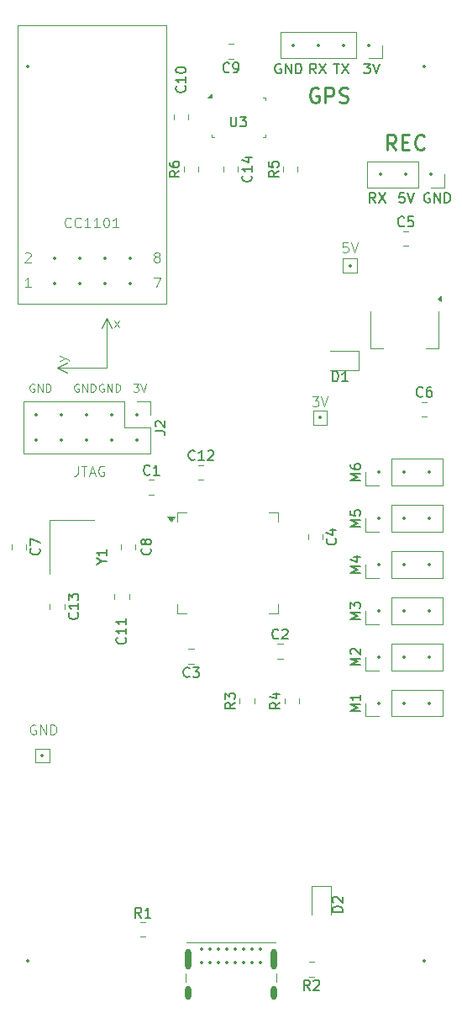
<source format=gto>
%TF.GenerationSoftware,KiCad,Pcbnew,8.0.8-2.fc41*%
%TF.CreationDate,2025-02-22T17:19:49+01:00*%
%TF.ProjectId,Computy,436f6d70-7574-4792-9e6b-696361645f70,rev?*%
%TF.SameCoordinates,Original*%
%TF.FileFunction,Legend,Top*%
%TF.FilePolarity,Positive*%
%FSLAX46Y46*%
G04 Gerber Fmt 4.6, Leading zero omitted, Abs format (unit mm)*
G04 Created by KiCad (PCBNEW 8.0.8-2.fc41) date 2025-02-22 17:19:49*
%MOMM*%
%LPD*%
G01*
G04 APERTURE LIST*
%ADD10C,0.100000*%
%ADD11C,0.250000*%
%ADD12C,0.200000*%
%ADD13C,0.150000*%
%ADD14C,0.120000*%
%ADD15C,0.350000*%
%ADD16O,0.600000X2.100000*%
%ADD17O,0.600000X1.400000*%
G04 APERTURE END LIST*
D10*
X100680074Y-77096895D02*
X101175312Y-77096895D01*
X101175312Y-77096895D02*
X100908646Y-77401657D01*
X100908646Y-77401657D02*
X101022931Y-77401657D01*
X101022931Y-77401657D02*
X101099122Y-77439752D01*
X101099122Y-77439752D02*
X101137217Y-77477847D01*
X101137217Y-77477847D02*
X101175312Y-77554038D01*
X101175312Y-77554038D02*
X101175312Y-77744514D01*
X101175312Y-77744514D02*
X101137217Y-77820704D01*
X101137217Y-77820704D02*
X101099122Y-77858800D01*
X101099122Y-77858800D02*
X101022931Y-77896895D01*
X101022931Y-77896895D02*
X100794360Y-77896895D01*
X100794360Y-77896895D02*
X100718169Y-77858800D01*
X100718169Y-77858800D02*
X100680074Y-77820704D01*
X101403884Y-77096895D02*
X101670551Y-77896895D01*
X101670551Y-77896895D02*
X101937217Y-77096895D01*
X97675312Y-77134990D02*
X97599122Y-77096895D01*
X97599122Y-77096895D02*
X97484836Y-77096895D01*
X97484836Y-77096895D02*
X97370550Y-77134990D01*
X97370550Y-77134990D02*
X97294360Y-77211180D01*
X97294360Y-77211180D02*
X97256265Y-77287371D01*
X97256265Y-77287371D02*
X97218169Y-77439752D01*
X97218169Y-77439752D02*
X97218169Y-77554038D01*
X97218169Y-77554038D02*
X97256265Y-77706419D01*
X97256265Y-77706419D02*
X97294360Y-77782609D01*
X97294360Y-77782609D02*
X97370550Y-77858800D01*
X97370550Y-77858800D02*
X97484836Y-77896895D01*
X97484836Y-77896895D02*
X97561027Y-77896895D01*
X97561027Y-77896895D02*
X97675312Y-77858800D01*
X97675312Y-77858800D02*
X97713408Y-77820704D01*
X97713408Y-77820704D02*
X97713408Y-77554038D01*
X97713408Y-77554038D02*
X97561027Y-77554038D01*
X98056265Y-77896895D02*
X98056265Y-77096895D01*
X98056265Y-77096895D02*
X98513408Y-77896895D01*
X98513408Y-77896895D02*
X98513408Y-77096895D01*
X98894360Y-77896895D02*
X98894360Y-77096895D01*
X98894360Y-77096895D02*
X99084836Y-77096895D01*
X99084836Y-77096895D02*
X99199122Y-77134990D01*
X99199122Y-77134990D02*
X99275312Y-77211180D01*
X99275312Y-77211180D02*
X99313407Y-77287371D01*
X99313407Y-77287371D02*
X99351503Y-77439752D01*
X99351503Y-77439752D02*
X99351503Y-77554038D01*
X99351503Y-77554038D02*
X99313407Y-77706419D01*
X99313407Y-77706419D02*
X99275312Y-77782609D01*
X99275312Y-77782609D02*
X99199122Y-77858800D01*
X99199122Y-77858800D02*
X99084836Y-77896895D01*
X99084836Y-77896895D02*
X98894360Y-77896895D01*
X95175312Y-77134990D02*
X95099122Y-77096895D01*
X95099122Y-77096895D02*
X94984836Y-77096895D01*
X94984836Y-77096895D02*
X94870550Y-77134990D01*
X94870550Y-77134990D02*
X94794360Y-77211180D01*
X94794360Y-77211180D02*
X94756265Y-77287371D01*
X94756265Y-77287371D02*
X94718169Y-77439752D01*
X94718169Y-77439752D02*
X94718169Y-77554038D01*
X94718169Y-77554038D02*
X94756265Y-77706419D01*
X94756265Y-77706419D02*
X94794360Y-77782609D01*
X94794360Y-77782609D02*
X94870550Y-77858800D01*
X94870550Y-77858800D02*
X94984836Y-77896895D01*
X94984836Y-77896895D02*
X95061027Y-77896895D01*
X95061027Y-77896895D02*
X95175312Y-77858800D01*
X95175312Y-77858800D02*
X95213408Y-77820704D01*
X95213408Y-77820704D02*
X95213408Y-77554038D01*
X95213408Y-77554038D02*
X95061027Y-77554038D01*
X95556265Y-77896895D02*
X95556265Y-77096895D01*
X95556265Y-77096895D02*
X96013408Y-77896895D01*
X96013408Y-77896895D02*
X96013408Y-77096895D01*
X96394360Y-77896895D02*
X96394360Y-77096895D01*
X96394360Y-77096895D02*
X96584836Y-77096895D01*
X96584836Y-77096895D02*
X96699122Y-77134990D01*
X96699122Y-77134990D02*
X96775312Y-77211180D01*
X96775312Y-77211180D02*
X96813407Y-77287371D01*
X96813407Y-77287371D02*
X96851503Y-77439752D01*
X96851503Y-77439752D02*
X96851503Y-77554038D01*
X96851503Y-77554038D02*
X96813407Y-77706419D01*
X96813407Y-77706419D02*
X96775312Y-77782609D01*
X96775312Y-77782609D02*
X96699122Y-77858800D01*
X96699122Y-77858800D02*
X96584836Y-77896895D01*
X96584836Y-77896895D02*
X96394360Y-77896895D01*
X90675312Y-77134990D02*
X90599122Y-77096895D01*
X90599122Y-77096895D02*
X90484836Y-77096895D01*
X90484836Y-77096895D02*
X90370550Y-77134990D01*
X90370550Y-77134990D02*
X90294360Y-77211180D01*
X90294360Y-77211180D02*
X90256265Y-77287371D01*
X90256265Y-77287371D02*
X90218169Y-77439752D01*
X90218169Y-77439752D02*
X90218169Y-77554038D01*
X90218169Y-77554038D02*
X90256265Y-77706419D01*
X90256265Y-77706419D02*
X90294360Y-77782609D01*
X90294360Y-77782609D02*
X90370550Y-77858800D01*
X90370550Y-77858800D02*
X90484836Y-77896895D01*
X90484836Y-77896895D02*
X90561027Y-77896895D01*
X90561027Y-77896895D02*
X90675312Y-77858800D01*
X90675312Y-77858800D02*
X90713408Y-77820704D01*
X90713408Y-77820704D02*
X90713408Y-77554038D01*
X90713408Y-77554038D02*
X90561027Y-77554038D01*
X91056265Y-77896895D02*
X91056265Y-77096895D01*
X91056265Y-77096895D02*
X91513408Y-77896895D01*
X91513408Y-77896895D02*
X91513408Y-77096895D01*
X91894360Y-77896895D02*
X91894360Y-77096895D01*
X91894360Y-77096895D02*
X92084836Y-77096895D01*
X92084836Y-77096895D02*
X92199122Y-77134990D01*
X92199122Y-77134990D02*
X92275312Y-77211180D01*
X92275312Y-77211180D02*
X92313407Y-77287371D01*
X92313407Y-77287371D02*
X92351503Y-77439752D01*
X92351503Y-77439752D02*
X92351503Y-77554038D01*
X92351503Y-77554038D02*
X92313407Y-77706419D01*
X92313407Y-77706419D02*
X92275312Y-77782609D01*
X92275312Y-77782609D02*
X92199122Y-77858800D01*
X92199122Y-77858800D02*
X92084836Y-77896895D01*
X92084836Y-77896895D02*
X91894360Y-77896895D01*
X98000000Y-75500000D02*
X98000000Y-70500000D01*
X93000000Y-75500000D02*
X94000000Y-76000000D01*
X98000000Y-70500000D02*
X98500000Y-71500000D01*
X93000000Y-75500000D02*
X94000000Y-75000000D01*
X89000000Y-41000000D02*
X104000000Y-41000000D01*
X104000000Y-69000000D01*
X89000000Y-69000000D01*
X89000000Y-41000000D01*
X98000000Y-75500000D02*
X93000000Y-75500000D01*
X98000000Y-70500000D02*
X97500000Y-71500000D01*
X93205752Y-74791353D02*
X93872419Y-74553258D01*
X93205752Y-74315163D02*
X93872419Y-74553258D01*
X93872419Y-74553258D02*
X94110514Y-74648496D01*
X94110514Y-74648496D02*
X94158133Y-74696115D01*
X94158133Y-74696115D02*
X94205752Y-74791353D01*
D11*
X127128758Y-53553428D02*
X126628758Y-52839142D01*
X126271615Y-53553428D02*
X126271615Y-52053428D01*
X126271615Y-52053428D02*
X126843044Y-52053428D01*
X126843044Y-52053428D02*
X126985901Y-52124857D01*
X126985901Y-52124857D02*
X127057330Y-52196285D01*
X127057330Y-52196285D02*
X127128758Y-52339142D01*
X127128758Y-52339142D02*
X127128758Y-52553428D01*
X127128758Y-52553428D02*
X127057330Y-52696285D01*
X127057330Y-52696285D02*
X126985901Y-52767714D01*
X126985901Y-52767714D02*
X126843044Y-52839142D01*
X126843044Y-52839142D02*
X126271615Y-52839142D01*
X127771615Y-52767714D02*
X128271615Y-52767714D01*
X128485901Y-53553428D02*
X127771615Y-53553428D01*
X127771615Y-53553428D02*
X127771615Y-52053428D01*
X127771615Y-52053428D02*
X128485901Y-52053428D01*
X129985901Y-53410571D02*
X129914473Y-53482000D01*
X129914473Y-53482000D02*
X129700187Y-53553428D01*
X129700187Y-53553428D02*
X129557330Y-53553428D01*
X129557330Y-53553428D02*
X129343044Y-53482000D01*
X129343044Y-53482000D02*
X129200187Y-53339142D01*
X129200187Y-53339142D02*
X129128758Y-53196285D01*
X129128758Y-53196285D02*
X129057330Y-52910571D01*
X129057330Y-52910571D02*
X129057330Y-52696285D01*
X129057330Y-52696285D02*
X129128758Y-52410571D01*
X129128758Y-52410571D02*
X129200187Y-52267714D01*
X129200187Y-52267714D02*
X129343044Y-52124857D01*
X129343044Y-52124857D02*
X129557330Y-52053428D01*
X129557330Y-52053428D02*
X129700187Y-52053428D01*
X129700187Y-52053428D02*
X129914473Y-52124857D01*
X129914473Y-52124857D02*
X129985901Y-52196285D01*
D10*
X95089598Y-85372419D02*
X95089598Y-86086704D01*
X95089598Y-86086704D02*
X95041979Y-86229561D01*
X95041979Y-86229561D02*
X94946741Y-86324800D01*
X94946741Y-86324800D02*
X94803884Y-86372419D01*
X94803884Y-86372419D02*
X94708646Y-86372419D01*
X95422932Y-85372419D02*
X95994360Y-85372419D01*
X95708646Y-86372419D02*
X95708646Y-85372419D01*
X96280075Y-86086704D02*
X96756265Y-86086704D01*
X96184837Y-86372419D02*
X96518170Y-85372419D01*
X96518170Y-85372419D02*
X96851503Y-86372419D01*
X97708646Y-85420038D02*
X97613408Y-85372419D01*
X97613408Y-85372419D02*
X97470551Y-85372419D01*
X97470551Y-85372419D02*
X97327694Y-85420038D01*
X97327694Y-85420038D02*
X97232456Y-85515276D01*
X97232456Y-85515276D02*
X97184837Y-85610514D01*
X97184837Y-85610514D02*
X97137218Y-85800990D01*
X97137218Y-85800990D02*
X97137218Y-85943847D01*
X97137218Y-85943847D02*
X97184837Y-86134323D01*
X97184837Y-86134323D02*
X97232456Y-86229561D01*
X97232456Y-86229561D02*
X97327694Y-86324800D01*
X97327694Y-86324800D02*
X97470551Y-86372419D01*
X97470551Y-86372419D02*
X97565789Y-86372419D01*
X97565789Y-86372419D02*
X97708646Y-86324800D01*
X97708646Y-86324800D02*
X97756265Y-86277180D01*
X97756265Y-86277180D02*
X97756265Y-85943847D01*
X97756265Y-85943847D02*
X97565789Y-85943847D01*
D11*
X119307330Y-47374857D02*
X119164473Y-47303428D01*
X119164473Y-47303428D02*
X118950187Y-47303428D01*
X118950187Y-47303428D02*
X118735901Y-47374857D01*
X118735901Y-47374857D02*
X118593044Y-47517714D01*
X118593044Y-47517714D02*
X118521615Y-47660571D01*
X118521615Y-47660571D02*
X118450187Y-47946285D01*
X118450187Y-47946285D02*
X118450187Y-48160571D01*
X118450187Y-48160571D02*
X118521615Y-48446285D01*
X118521615Y-48446285D02*
X118593044Y-48589142D01*
X118593044Y-48589142D02*
X118735901Y-48732000D01*
X118735901Y-48732000D02*
X118950187Y-48803428D01*
X118950187Y-48803428D02*
X119093044Y-48803428D01*
X119093044Y-48803428D02*
X119307330Y-48732000D01*
X119307330Y-48732000D02*
X119378758Y-48660571D01*
X119378758Y-48660571D02*
X119378758Y-48160571D01*
X119378758Y-48160571D02*
X119093044Y-48160571D01*
X120021615Y-48803428D02*
X120021615Y-47303428D01*
X120021615Y-47303428D02*
X120593044Y-47303428D01*
X120593044Y-47303428D02*
X120735901Y-47374857D01*
X120735901Y-47374857D02*
X120807330Y-47446285D01*
X120807330Y-47446285D02*
X120878758Y-47589142D01*
X120878758Y-47589142D02*
X120878758Y-47803428D01*
X120878758Y-47803428D02*
X120807330Y-47946285D01*
X120807330Y-47946285D02*
X120735901Y-48017714D01*
X120735901Y-48017714D02*
X120593044Y-48089142D01*
X120593044Y-48089142D02*
X120021615Y-48089142D01*
X121450187Y-48732000D02*
X121664473Y-48803428D01*
X121664473Y-48803428D02*
X122021615Y-48803428D01*
X122021615Y-48803428D02*
X122164473Y-48732000D01*
X122164473Y-48732000D02*
X122235901Y-48660571D01*
X122235901Y-48660571D02*
X122307330Y-48517714D01*
X122307330Y-48517714D02*
X122307330Y-48374857D01*
X122307330Y-48374857D02*
X122235901Y-48232000D01*
X122235901Y-48232000D02*
X122164473Y-48160571D01*
X122164473Y-48160571D02*
X122021615Y-48089142D01*
X122021615Y-48089142D02*
X121735901Y-48017714D01*
X121735901Y-48017714D02*
X121593044Y-47946285D01*
X121593044Y-47946285D02*
X121521615Y-47874857D01*
X121521615Y-47874857D02*
X121450187Y-47732000D01*
X121450187Y-47732000D02*
X121450187Y-47589142D01*
X121450187Y-47589142D02*
X121521615Y-47446285D01*
X121521615Y-47446285D02*
X121593044Y-47374857D01*
X121593044Y-47374857D02*
X121735901Y-47303428D01*
X121735901Y-47303428D02*
X122093044Y-47303428D01*
X122093044Y-47303428D02*
X122307330Y-47374857D01*
D12*
X130530982Y-57914838D02*
X130435744Y-57867219D01*
X130435744Y-57867219D02*
X130292887Y-57867219D01*
X130292887Y-57867219D02*
X130150030Y-57914838D01*
X130150030Y-57914838D02*
X130054792Y-58010076D01*
X130054792Y-58010076D02*
X130007173Y-58105314D01*
X130007173Y-58105314D02*
X129959554Y-58295790D01*
X129959554Y-58295790D02*
X129959554Y-58438647D01*
X129959554Y-58438647D02*
X130007173Y-58629123D01*
X130007173Y-58629123D02*
X130054792Y-58724361D01*
X130054792Y-58724361D02*
X130150030Y-58819600D01*
X130150030Y-58819600D02*
X130292887Y-58867219D01*
X130292887Y-58867219D02*
X130388125Y-58867219D01*
X130388125Y-58867219D02*
X130530982Y-58819600D01*
X130530982Y-58819600D02*
X130578601Y-58771980D01*
X130578601Y-58771980D02*
X130578601Y-58438647D01*
X130578601Y-58438647D02*
X130388125Y-58438647D01*
X131007173Y-58867219D02*
X131007173Y-57867219D01*
X131007173Y-57867219D02*
X131578601Y-58867219D01*
X131578601Y-58867219D02*
X131578601Y-57867219D01*
X132054792Y-58867219D02*
X132054792Y-57867219D01*
X132054792Y-57867219D02*
X132292887Y-57867219D01*
X132292887Y-57867219D02*
X132435744Y-57914838D01*
X132435744Y-57914838D02*
X132530982Y-58010076D01*
X132530982Y-58010076D02*
X132578601Y-58105314D01*
X132578601Y-58105314D02*
X132626220Y-58295790D01*
X132626220Y-58295790D02*
X132626220Y-58438647D01*
X132626220Y-58438647D02*
X132578601Y-58629123D01*
X132578601Y-58629123D02*
X132530982Y-58724361D01*
X132530982Y-58724361D02*
X132435744Y-58819600D01*
X132435744Y-58819600D02*
X132292887Y-58867219D01*
X132292887Y-58867219D02*
X132054792Y-58867219D01*
D10*
X90327693Y-67372419D02*
X89756265Y-67372419D01*
X90041979Y-67372419D02*
X90041979Y-66372419D01*
X90041979Y-66372419D02*
X89946741Y-66515276D01*
X89946741Y-66515276D02*
X89851503Y-66610514D01*
X89851503Y-66610514D02*
X89756265Y-66658133D01*
D12*
X119078601Y-45867219D02*
X118745268Y-45391028D01*
X118507173Y-45867219D02*
X118507173Y-44867219D01*
X118507173Y-44867219D02*
X118888125Y-44867219D01*
X118888125Y-44867219D02*
X118983363Y-44914838D01*
X118983363Y-44914838D02*
X119030982Y-44962457D01*
X119030982Y-44962457D02*
X119078601Y-45057695D01*
X119078601Y-45057695D02*
X119078601Y-45200552D01*
X119078601Y-45200552D02*
X119030982Y-45295790D01*
X119030982Y-45295790D02*
X118983363Y-45343409D01*
X118983363Y-45343409D02*
X118888125Y-45391028D01*
X118888125Y-45391028D02*
X118507173Y-45391028D01*
X119411935Y-44867219D02*
X120078601Y-45867219D01*
X120078601Y-44867219D02*
X119411935Y-45867219D01*
D10*
X94375312Y-61277180D02*
X94327693Y-61324800D01*
X94327693Y-61324800D02*
X94184836Y-61372419D01*
X94184836Y-61372419D02*
X94089598Y-61372419D01*
X94089598Y-61372419D02*
X93946741Y-61324800D01*
X93946741Y-61324800D02*
X93851503Y-61229561D01*
X93851503Y-61229561D02*
X93803884Y-61134323D01*
X93803884Y-61134323D02*
X93756265Y-60943847D01*
X93756265Y-60943847D02*
X93756265Y-60800990D01*
X93756265Y-60800990D02*
X93803884Y-60610514D01*
X93803884Y-60610514D02*
X93851503Y-60515276D01*
X93851503Y-60515276D02*
X93946741Y-60420038D01*
X93946741Y-60420038D02*
X94089598Y-60372419D01*
X94089598Y-60372419D02*
X94184836Y-60372419D01*
X94184836Y-60372419D02*
X94327693Y-60420038D01*
X94327693Y-60420038D02*
X94375312Y-60467657D01*
X95375312Y-61277180D02*
X95327693Y-61324800D01*
X95327693Y-61324800D02*
X95184836Y-61372419D01*
X95184836Y-61372419D02*
X95089598Y-61372419D01*
X95089598Y-61372419D02*
X94946741Y-61324800D01*
X94946741Y-61324800D02*
X94851503Y-61229561D01*
X94851503Y-61229561D02*
X94803884Y-61134323D01*
X94803884Y-61134323D02*
X94756265Y-60943847D01*
X94756265Y-60943847D02*
X94756265Y-60800990D01*
X94756265Y-60800990D02*
X94803884Y-60610514D01*
X94803884Y-60610514D02*
X94851503Y-60515276D01*
X94851503Y-60515276D02*
X94946741Y-60420038D01*
X94946741Y-60420038D02*
X95089598Y-60372419D01*
X95089598Y-60372419D02*
X95184836Y-60372419D01*
X95184836Y-60372419D02*
X95327693Y-60420038D01*
X95327693Y-60420038D02*
X95375312Y-60467657D01*
X96327693Y-61372419D02*
X95756265Y-61372419D01*
X96041979Y-61372419D02*
X96041979Y-60372419D01*
X96041979Y-60372419D02*
X95946741Y-60515276D01*
X95946741Y-60515276D02*
X95851503Y-60610514D01*
X95851503Y-60610514D02*
X95756265Y-60658133D01*
X97280074Y-61372419D02*
X96708646Y-61372419D01*
X96994360Y-61372419D02*
X96994360Y-60372419D01*
X96994360Y-60372419D02*
X96899122Y-60515276D01*
X96899122Y-60515276D02*
X96803884Y-60610514D01*
X96803884Y-60610514D02*
X96708646Y-60658133D01*
X97899122Y-60372419D02*
X97994360Y-60372419D01*
X97994360Y-60372419D02*
X98089598Y-60420038D01*
X98089598Y-60420038D02*
X98137217Y-60467657D01*
X98137217Y-60467657D02*
X98184836Y-60562895D01*
X98184836Y-60562895D02*
X98232455Y-60753371D01*
X98232455Y-60753371D02*
X98232455Y-60991466D01*
X98232455Y-60991466D02*
X98184836Y-61181942D01*
X98184836Y-61181942D02*
X98137217Y-61277180D01*
X98137217Y-61277180D02*
X98089598Y-61324800D01*
X98089598Y-61324800D02*
X97994360Y-61372419D01*
X97994360Y-61372419D02*
X97899122Y-61372419D01*
X97899122Y-61372419D02*
X97803884Y-61324800D01*
X97803884Y-61324800D02*
X97756265Y-61277180D01*
X97756265Y-61277180D02*
X97708646Y-61181942D01*
X97708646Y-61181942D02*
X97661027Y-60991466D01*
X97661027Y-60991466D02*
X97661027Y-60753371D01*
X97661027Y-60753371D02*
X97708646Y-60562895D01*
X97708646Y-60562895D02*
X97756265Y-60467657D01*
X97756265Y-60467657D02*
X97803884Y-60420038D01*
X97803884Y-60420038D02*
X97899122Y-60372419D01*
X99184836Y-61372419D02*
X98613408Y-61372419D01*
X98899122Y-61372419D02*
X98899122Y-60372419D01*
X98899122Y-60372419D02*
X98803884Y-60515276D01*
X98803884Y-60515276D02*
X98708646Y-60610514D01*
X98708646Y-60610514D02*
X98613408Y-60658133D01*
X98708646Y-71372419D02*
X99232455Y-70705752D01*
X98708646Y-70705752D02*
X99232455Y-71372419D01*
X89756265Y-63967657D02*
X89803884Y-63920038D01*
X89803884Y-63920038D02*
X89899122Y-63872419D01*
X89899122Y-63872419D02*
X90137217Y-63872419D01*
X90137217Y-63872419D02*
X90232455Y-63920038D01*
X90232455Y-63920038D02*
X90280074Y-63967657D01*
X90280074Y-63967657D02*
X90327693Y-64062895D01*
X90327693Y-64062895D02*
X90327693Y-64158133D01*
X90327693Y-64158133D02*
X90280074Y-64300990D01*
X90280074Y-64300990D02*
X89708646Y-64872419D01*
X89708646Y-64872419D02*
X90327693Y-64872419D01*
D12*
X127983363Y-57867219D02*
X127507173Y-57867219D01*
X127507173Y-57867219D02*
X127459554Y-58343409D01*
X127459554Y-58343409D02*
X127507173Y-58295790D01*
X127507173Y-58295790D02*
X127602411Y-58248171D01*
X127602411Y-58248171D02*
X127840506Y-58248171D01*
X127840506Y-58248171D02*
X127935744Y-58295790D01*
X127935744Y-58295790D02*
X127983363Y-58343409D01*
X127983363Y-58343409D02*
X128030982Y-58438647D01*
X128030982Y-58438647D02*
X128030982Y-58676742D01*
X128030982Y-58676742D02*
X127983363Y-58771980D01*
X127983363Y-58771980D02*
X127935744Y-58819600D01*
X127935744Y-58819600D02*
X127840506Y-58867219D01*
X127840506Y-58867219D02*
X127602411Y-58867219D01*
X127602411Y-58867219D02*
X127507173Y-58819600D01*
X127507173Y-58819600D02*
X127459554Y-58771980D01*
X128316697Y-57867219D02*
X128650030Y-58867219D01*
X128650030Y-58867219D02*
X128983363Y-57867219D01*
X120864316Y-44867219D02*
X121435744Y-44867219D01*
X121150030Y-45867219D02*
X121150030Y-44867219D01*
X121673840Y-44867219D02*
X122340506Y-45867219D01*
X122340506Y-44867219D02*
X121673840Y-45867219D01*
X115530982Y-44914838D02*
X115435744Y-44867219D01*
X115435744Y-44867219D02*
X115292887Y-44867219D01*
X115292887Y-44867219D02*
X115150030Y-44914838D01*
X115150030Y-44914838D02*
X115054792Y-45010076D01*
X115054792Y-45010076D02*
X115007173Y-45105314D01*
X115007173Y-45105314D02*
X114959554Y-45295790D01*
X114959554Y-45295790D02*
X114959554Y-45438647D01*
X114959554Y-45438647D02*
X115007173Y-45629123D01*
X115007173Y-45629123D02*
X115054792Y-45724361D01*
X115054792Y-45724361D02*
X115150030Y-45819600D01*
X115150030Y-45819600D02*
X115292887Y-45867219D01*
X115292887Y-45867219D02*
X115388125Y-45867219D01*
X115388125Y-45867219D02*
X115530982Y-45819600D01*
X115530982Y-45819600D02*
X115578601Y-45771980D01*
X115578601Y-45771980D02*
X115578601Y-45438647D01*
X115578601Y-45438647D02*
X115388125Y-45438647D01*
X116007173Y-45867219D02*
X116007173Y-44867219D01*
X116007173Y-44867219D02*
X116578601Y-45867219D01*
X116578601Y-45867219D02*
X116578601Y-44867219D01*
X117054792Y-45867219D02*
X117054792Y-44867219D01*
X117054792Y-44867219D02*
X117292887Y-44867219D01*
X117292887Y-44867219D02*
X117435744Y-44914838D01*
X117435744Y-44914838D02*
X117530982Y-45010076D01*
X117530982Y-45010076D02*
X117578601Y-45105314D01*
X117578601Y-45105314D02*
X117626220Y-45295790D01*
X117626220Y-45295790D02*
X117626220Y-45438647D01*
X117626220Y-45438647D02*
X117578601Y-45629123D01*
X117578601Y-45629123D02*
X117530982Y-45724361D01*
X117530982Y-45724361D02*
X117435744Y-45819600D01*
X117435744Y-45819600D02*
X117292887Y-45867219D01*
X117292887Y-45867219D02*
X117054792Y-45867219D01*
X125078601Y-58867219D02*
X124745268Y-58391028D01*
X124507173Y-58867219D02*
X124507173Y-57867219D01*
X124507173Y-57867219D02*
X124888125Y-57867219D01*
X124888125Y-57867219D02*
X124983363Y-57914838D01*
X124983363Y-57914838D02*
X125030982Y-57962457D01*
X125030982Y-57962457D02*
X125078601Y-58057695D01*
X125078601Y-58057695D02*
X125078601Y-58200552D01*
X125078601Y-58200552D02*
X125030982Y-58295790D01*
X125030982Y-58295790D02*
X124983363Y-58343409D01*
X124983363Y-58343409D02*
X124888125Y-58391028D01*
X124888125Y-58391028D02*
X124507173Y-58391028D01*
X125411935Y-57867219D02*
X126078601Y-58867219D01*
X126078601Y-57867219D02*
X125411935Y-58867219D01*
X123911935Y-44867219D02*
X124530982Y-44867219D01*
X124530982Y-44867219D02*
X124197649Y-45248171D01*
X124197649Y-45248171D02*
X124340506Y-45248171D01*
X124340506Y-45248171D02*
X124435744Y-45295790D01*
X124435744Y-45295790D02*
X124483363Y-45343409D01*
X124483363Y-45343409D02*
X124530982Y-45438647D01*
X124530982Y-45438647D02*
X124530982Y-45676742D01*
X124530982Y-45676742D02*
X124483363Y-45771980D01*
X124483363Y-45771980D02*
X124435744Y-45819600D01*
X124435744Y-45819600D02*
X124340506Y-45867219D01*
X124340506Y-45867219D02*
X124054792Y-45867219D01*
X124054792Y-45867219D02*
X123959554Y-45819600D01*
X123959554Y-45819600D02*
X123911935Y-45771980D01*
X124816697Y-44867219D02*
X125150030Y-45867219D01*
X125150030Y-45867219D02*
X125483363Y-44867219D01*
D10*
X118708646Y-78372419D02*
X119327693Y-78372419D01*
X119327693Y-78372419D02*
X118994360Y-78753371D01*
X118994360Y-78753371D02*
X119137217Y-78753371D01*
X119137217Y-78753371D02*
X119232455Y-78800990D01*
X119232455Y-78800990D02*
X119280074Y-78848609D01*
X119280074Y-78848609D02*
X119327693Y-78943847D01*
X119327693Y-78943847D02*
X119327693Y-79181942D01*
X119327693Y-79181942D02*
X119280074Y-79277180D01*
X119280074Y-79277180D02*
X119232455Y-79324800D01*
X119232455Y-79324800D02*
X119137217Y-79372419D01*
X119137217Y-79372419D02*
X118851503Y-79372419D01*
X118851503Y-79372419D02*
X118756265Y-79324800D01*
X118756265Y-79324800D02*
X118708646Y-79277180D01*
X119613408Y-78372419D02*
X119946741Y-79372419D01*
X119946741Y-79372419D02*
X120280074Y-78372419D01*
X90827693Y-111420038D02*
X90732455Y-111372419D01*
X90732455Y-111372419D02*
X90589598Y-111372419D01*
X90589598Y-111372419D02*
X90446741Y-111420038D01*
X90446741Y-111420038D02*
X90351503Y-111515276D01*
X90351503Y-111515276D02*
X90303884Y-111610514D01*
X90303884Y-111610514D02*
X90256265Y-111800990D01*
X90256265Y-111800990D02*
X90256265Y-111943847D01*
X90256265Y-111943847D02*
X90303884Y-112134323D01*
X90303884Y-112134323D02*
X90351503Y-112229561D01*
X90351503Y-112229561D02*
X90446741Y-112324800D01*
X90446741Y-112324800D02*
X90589598Y-112372419D01*
X90589598Y-112372419D02*
X90684836Y-112372419D01*
X90684836Y-112372419D02*
X90827693Y-112324800D01*
X90827693Y-112324800D02*
X90875312Y-112277180D01*
X90875312Y-112277180D02*
X90875312Y-111943847D01*
X90875312Y-111943847D02*
X90684836Y-111943847D01*
X91303884Y-112372419D02*
X91303884Y-111372419D01*
X91303884Y-111372419D02*
X91875312Y-112372419D01*
X91875312Y-112372419D02*
X91875312Y-111372419D01*
X92351503Y-112372419D02*
X92351503Y-111372419D01*
X92351503Y-111372419D02*
X92589598Y-111372419D01*
X92589598Y-111372419D02*
X92732455Y-111420038D01*
X92732455Y-111420038D02*
X92827693Y-111515276D01*
X92827693Y-111515276D02*
X92875312Y-111610514D01*
X92875312Y-111610514D02*
X92922931Y-111800990D01*
X92922931Y-111800990D02*
X92922931Y-111943847D01*
X92922931Y-111943847D02*
X92875312Y-112134323D01*
X92875312Y-112134323D02*
X92827693Y-112229561D01*
X92827693Y-112229561D02*
X92732455Y-112324800D01*
X92732455Y-112324800D02*
X92589598Y-112372419D01*
X92589598Y-112372419D02*
X92351503Y-112372419D01*
X122280074Y-62872419D02*
X121803884Y-62872419D01*
X121803884Y-62872419D02*
X121756265Y-63348609D01*
X121756265Y-63348609D02*
X121803884Y-63300990D01*
X121803884Y-63300990D02*
X121899122Y-63253371D01*
X121899122Y-63253371D02*
X122137217Y-63253371D01*
X122137217Y-63253371D02*
X122232455Y-63300990D01*
X122232455Y-63300990D02*
X122280074Y-63348609D01*
X122280074Y-63348609D02*
X122327693Y-63443847D01*
X122327693Y-63443847D02*
X122327693Y-63681942D01*
X122327693Y-63681942D02*
X122280074Y-63777180D01*
X122280074Y-63777180D02*
X122232455Y-63824800D01*
X122232455Y-63824800D02*
X122137217Y-63872419D01*
X122137217Y-63872419D02*
X121899122Y-63872419D01*
X121899122Y-63872419D02*
X121803884Y-63824800D01*
X121803884Y-63824800D02*
X121756265Y-63777180D01*
X122613408Y-62872419D02*
X122946741Y-63872419D01*
X122946741Y-63872419D02*
X123280074Y-62872419D01*
X102708646Y-66372419D02*
X103375312Y-66372419D01*
X103375312Y-66372419D02*
X102946741Y-67372419D01*
X102946741Y-64300990D02*
X102851503Y-64253371D01*
X102851503Y-64253371D02*
X102803884Y-64205752D01*
X102803884Y-64205752D02*
X102756265Y-64110514D01*
X102756265Y-64110514D02*
X102756265Y-64062895D01*
X102756265Y-64062895D02*
X102803884Y-63967657D01*
X102803884Y-63967657D02*
X102851503Y-63920038D01*
X102851503Y-63920038D02*
X102946741Y-63872419D01*
X102946741Y-63872419D02*
X103137217Y-63872419D01*
X103137217Y-63872419D02*
X103232455Y-63920038D01*
X103232455Y-63920038D02*
X103280074Y-63967657D01*
X103280074Y-63967657D02*
X103327693Y-64062895D01*
X103327693Y-64062895D02*
X103327693Y-64110514D01*
X103327693Y-64110514D02*
X103280074Y-64205752D01*
X103280074Y-64205752D02*
X103232455Y-64253371D01*
X103232455Y-64253371D02*
X103137217Y-64300990D01*
X103137217Y-64300990D02*
X102946741Y-64300990D01*
X102946741Y-64300990D02*
X102851503Y-64348609D01*
X102851503Y-64348609D02*
X102803884Y-64396228D01*
X102803884Y-64396228D02*
X102756265Y-64491466D01*
X102756265Y-64491466D02*
X102756265Y-64681942D01*
X102756265Y-64681942D02*
X102803884Y-64777180D01*
X102803884Y-64777180D02*
X102851503Y-64824800D01*
X102851503Y-64824800D02*
X102946741Y-64872419D01*
X102946741Y-64872419D02*
X103137217Y-64872419D01*
X103137217Y-64872419D02*
X103232455Y-64824800D01*
X103232455Y-64824800D02*
X103280074Y-64777180D01*
X103280074Y-64777180D02*
X103327693Y-64681942D01*
X103327693Y-64681942D02*
X103327693Y-64491466D01*
X103327693Y-64491466D02*
X103280074Y-64396228D01*
X103280074Y-64396228D02*
X103232455Y-64348609D01*
X103232455Y-64348609D02*
X103137217Y-64300990D01*
D13*
X112539580Y-56142857D02*
X112587200Y-56190476D01*
X112587200Y-56190476D02*
X112634819Y-56333333D01*
X112634819Y-56333333D02*
X112634819Y-56428571D01*
X112634819Y-56428571D02*
X112587200Y-56571428D01*
X112587200Y-56571428D02*
X112491961Y-56666666D01*
X112491961Y-56666666D02*
X112396723Y-56714285D01*
X112396723Y-56714285D02*
X112206247Y-56761904D01*
X112206247Y-56761904D02*
X112063390Y-56761904D01*
X112063390Y-56761904D02*
X111872914Y-56714285D01*
X111872914Y-56714285D02*
X111777676Y-56666666D01*
X111777676Y-56666666D02*
X111682438Y-56571428D01*
X111682438Y-56571428D02*
X111634819Y-56428571D01*
X111634819Y-56428571D02*
X111634819Y-56333333D01*
X111634819Y-56333333D02*
X111682438Y-56190476D01*
X111682438Y-56190476D02*
X111730057Y-56142857D01*
X112634819Y-55190476D02*
X112634819Y-55761904D01*
X112634819Y-55476190D02*
X111634819Y-55476190D01*
X111634819Y-55476190D02*
X111777676Y-55571428D01*
X111777676Y-55571428D02*
X111872914Y-55666666D01*
X111872914Y-55666666D02*
X111920533Y-55761904D01*
X111968152Y-54333333D02*
X112634819Y-54333333D01*
X111587200Y-54571428D02*
X112301485Y-54809523D01*
X112301485Y-54809523D02*
X112301485Y-54190476D01*
X95039580Y-100142857D02*
X95087200Y-100190476D01*
X95087200Y-100190476D02*
X95134819Y-100333333D01*
X95134819Y-100333333D02*
X95134819Y-100428571D01*
X95134819Y-100428571D02*
X95087200Y-100571428D01*
X95087200Y-100571428D02*
X94991961Y-100666666D01*
X94991961Y-100666666D02*
X94896723Y-100714285D01*
X94896723Y-100714285D02*
X94706247Y-100761904D01*
X94706247Y-100761904D02*
X94563390Y-100761904D01*
X94563390Y-100761904D02*
X94372914Y-100714285D01*
X94372914Y-100714285D02*
X94277676Y-100666666D01*
X94277676Y-100666666D02*
X94182438Y-100571428D01*
X94182438Y-100571428D02*
X94134819Y-100428571D01*
X94134819Y-100428571D02*
X94134819Y-100333333D01*
X94134819Y-100333333D02*
X94182438Y-100190476D01*
X94182438Y-100190476D02*
X94230057Y-100142857D01*
X95134819Y-99190476D02*
X95134819Y-99761904D01*
X95134819Y-99476190D02*
X94134819Y-99476190D01*
X94134819Y-99476190D02*
X94277676Y-99571428D01*
X94277676Y-99571428D02*
X94372914Y-99666666D01*
X94372914Y-99666666D02*
X94420533Y-99761904D01*
X94134819Y-98857142D02*
X94134819Y-98238095D01*
X94134819Y-98238095D02*
X94515771Y-98571428D01*
X94515771Y-98571428D02*
X94515771Y-98428571D01*
X94515771Y-98428571D02*
X94563390Y-98333333D01*
X94563390Y-98333333D02*
X94611009Y-98285714D01*
X94611009Y-98285714D02*
X94706247Y-98238095D01*
X94706247Y-98238095D02*
X94944342Y-98238095D01*
X94944342Y-98238095D02*
X95039580Y-98285714D01*
X95039580Y-98285714D02*
X95087200Y-98333333D01*
X95087200Y-98333333D02*
X95134819Y-98428571D01*
X95134819Y-98428571D02*
X95134819Y-98714285D01*
X95134819Y-98714285D02*
X95087200Y-98809523D01*
X95087200Y-98809523D02*
X95039580Y-98857142D01*
X106857142Y-84679580D02*
X106809523Y-84727200D01*
X106809523Y-84727200D02*
X106666666Y-84774819D01*
X106666666Y-84774819D02*
X106571428Y-84774819D01*
X106571428Y-84774819D02*
X106428571Y-84727200D01*
X106428571Y-84727200D02*
X106333333Y-84631961D01*
X106333333Y-84631961D02*
X106285714Y-84536723D01*
X106285714Y-84536723D02*
X106238095Y-84346247D01*
X106238095Y-84346247D02*
X106238095Y-84203390D01*
X106238095Y-84203390D02*
X106285714Y-84012914D01*
X106285714Y-84012914D02*
X106333333Y-83917676D01*
X106333333Y-83917676D02*
X106428571Y-83822438D01*
X106428571Y-83822438D02*
X106571428Y-83774819D01*
X106571428Y-83774819D02*
X106666666Y-83774819D01*
X106666666Y-83774819D02*
X106809523Y-83822438D01*
X106809523Y-83822438D02*
X106857142Y-83870057D01*
X107809523Y-84774819D02*
X107238095Y-84774819D01*
X107523809Y-84774819D02*
X107523809Y-83774819D01*
X107523809Y-83774819D02*
X107428571Y-83917676D01*
X107428571Y-83917676D02*
X107333333Y-84012914D01*
X107333333Y-84012914D02*
X107238095Y-84060533D01*
X108190476Y-83870057D02*
X108238095Y-83822438D01*
X108238095Y-83822438D02*
X108333333Y-83774819D01*
X108333333Y-83774819D02*
X108571428Y-83774819D01*
X108571428Y-83774819D02*
X108666666Y-83822438D01*
X108666666Y-83822438D02*
X108714285Y-83870057D01*
X108714285Y-83870057D02*
X108761904Y-83965295D01*
X108761904Y-83965295D02*
X108761904Y-84060533D01*
X108761904Y-84060533D02*
X108714285Y-84203390D01*
X108714285Y-84203390D02*
X108142857Y-84774819D01*
X108142857Y-84774819D02*
X108761904Y-84774819D01*
X99859580Y-102642857D02*
X99907200Y-102690476D01*
X99907200Y-102690476D02*
X99954819Y-102833333D01*
X99954819Y-102833333D02*
X99954819Y-102928571D01*
X99954819Y-102928571D02*
X99907200Y-103071428D01*
X99907200Y-103071428D02*
X99811961Y-103166666D01*
X99811961Y-103166666D02*
X99716723Y-103214285D01*
X99716723Y-103214285D02*
X99526247Y-103261904D01*
X99526247Y-103261904D02*
X99383390Y-103261904D01*
X99383390Y-103261904D02*
X99192914Y-103214285D01*
X99192914Y-103214285D02*
X99097676Y-103166666D01*
X99097676Y-103166666D02*
X99002438Y-103071428D01*
X99002438Y-103071428D02*
X98954819Y-102928571D01*
X98954819Y-102928571D02*
X98954819Y-102833333D01*
X98954819Y-102833333D02*
X99002438Y-102690476D01*
X99002438Y-102690476D02*
X99050057Y-102642857D01*
X99954819Y-101690476D02*
X99954819Y-102261904D01*
X99954819Y-101976190D02*
X98954819Y-101976190D01*
X98954819Y-101976190D02*
X99097676Y-102071428D01*
X99097676Y-102071428D02*
X99192914Y-102166666D01*
X99192914Y-102166666D02*
X99240533Y-102261904D01*
X99954819Y-100738095D02*
X99954819Y-101309523D01*
X99954819Y-101023809D02*
X98954819Y-101023809D01*
X98954819Y-101023809D02*
X99097676Y-101119047D01*
X99097676Y-101119047D02*
X99192914Y-101214285D01*
X99192914Y-101214285D02*
X99240533Y-101309523D01*
X121039580Y-92666666D02*
X121087200Y-92714285D01*
X121087200Y-92714285D02*
X121134819Y-92857142D01*
X121134819Y-92857142D02*
X121134819Y-92952380D01*
X121134819Y-92952380D02*
X121087200Y-93095237D01*
X121087200Y-93095237D02*
X120991961Y-93190475D01*
X120991961Y-93190475D02*
X120896723Y-93238094D01*
X120896723Y-93238094D02*
X120706247Y-93285713D01*
X120706247Y-93285713D02*
X120563390Y-93285713D01*
X120563390Y-93285713D02*
X120372914Y-93238094D01*
X120372914Y-93238094D02*
X120277676Y-93190475D01*
X120277676Y-93190475D02*
X120182438Y-93095237D01*
X120182438Y-93095237D02*
X120134819Y-92952380D01*
X120134819Y-92952380D02*
X120134819Y-92857142D01*
X120134819Y-92857142D02*
X120182438Y-92714285D01*
X120182438Y-92714285D02*
X120230057Y-92666666D01*
X120468152Y-91809523D02*
X121134819Y-91809523D01*
X120087200Y-92047618D02*
X120801485Y-92285713D01*
X120801485Y-92285713D02*
X120801485Y-91666666D01*
X106333333Y-106539580D02*
X106285714Y-106587200D01*
X106285714Y-106587200D02*
X106142857Y-106634819D01*
X106142857Y-106634819D02*
X106047619Y-106634819D01*
X106047619Y-106634819D02*
X105904762Y-106587200D01*
X105904762Y-106587200D02*
X105809524Y-106491961D01*
X105809524Y-106491961D02*
X105761905Y-106396723D01*
X105761905Y-106396723D02*
X105714286Y-106206247D01*
X105714286Y-106206247D02*
X105714286Y-106063390D01*
X105714286Y-106063390D02*
X105761905Y-105872914D01*
X105761905Y-105872914D02*
X105809524Y-105777676D01*
X105809524Y-105777676D02*
X105904762Y-105682438D01*
X105904762Y-105682438D02*
X106047619Y-105634819D01*
X106047619Y-105634819D02*
X106142857Y-105634819D01*
X106142857Y-105634819D02*
X106285714Y-105682438D01*
X106285714Y-105682438D02*
X106333333Y-105730057D01*
X106666667Y-105634819D02*
X107285714Y-105634819D01*
X107285714Y-105634819D02*
X106952381Y-106015771D01*
X106952381Y-106015771D02*
X107095238Y-106015771D01*
X107095238Y-106015771D02*
X107190476Y-106063390D01*
X107190476Y-106063390D02*
X107238095Y-106111009D01*
X107238095Y-106111009D02*
X107285714Y-106206247D01*
X107285714Y-106206247D02*
X107285714Y-106444342D01*
X107285714Y-106444342D02*
X107238095Y-106539580D01*
X107238095Y-106539580D02*
X107190476Y-106587200D01*
X107190476Y-106587200D02*
X107095238Y-106634819D01*
X107095238Y-106634819D02*
X106809524Y-106634819D01*
X106809524Y-106634819D02*
X106714286Y-106587200D01*
X106714286Y-106587200D02*
X106666667Y-106539580D01*
X115295833Y-102679580D02*
X115248214Y-102727200D01*
X115248214Y-102727200D02*
X115105357Y-102774819D01*
X115105357Y-102774819D02*
X115010119Y-102774819D01*
X115010119Y-102774819D02*
X114867262Y-102727200D01*
X114867262Y-102727200D02*
X114772024Y-102631961D01*
X114772024Y-102631961D02*
X114724405Y-102536723D01*
X114724405Y-102536723D02*
X114676786Y-102346247D01*
X114676786Y-102346247D02*
X114676786Y-102203390D01*
X114676786Y-102203390D02*
X114724405Y-102012914D01*
X114724405Y-102012914D02*
X114772024Y-101917676D01*
X114772024Y-101917676D02*
X114867262Y-101822438D01*
X114867262Y-101822438D02*
X115010119Y-101774819D01*
X115010119Y-101774819D02*
X115105357Y-101774819D01*
X115105357Y-101774819D02*
X115248214Y-101822438D01*
X115248214Y-101822438D02*
X115295833Y-101870057D01*
X115676786Y-101870057D02*
X115724405Y-101822438D01*
X115724405Y-101822438D02*
X115819643Y-101774819D01*
X115819643Y-101774819D02*
X116057738Y-101774819D01*
X116057738Y-101774819D02*
X116152976Y-101822438D01*
X116152976Y-101822438D02*
X116200595Y-101870057D01*
X116200595Y-101870057D02*
X116248214Y-101965295D01*
X116248214Y-101965295D02*
X116248214Y-102060533D01*
X116248214Y-102060533D02*
X116200595Y-102203390D01*
X116200595Y-102203390D02*
X115629167Y-102774819D01*
X115629167Y-102774819D02*
X116248214Y-102774819D01*
X102333333Y-86179580D02*
X102285714Y-86227200D01*
X102285714Y-86227200D02*
X102142857Y-86274819D01*
X102142857Y-86274819D02*
X102047619Y-86274819D01*
X102047619Y-86274819D02*
X101904762Y-86227200D01*
X101904762Y-86227200D02*
X101809524Y-86131961D01*
X101809524Y-86131961D02*
X101761905Y-86036723D01*
X101761905Y-86036723D02*
X101714286Y-85846247D01*
X101714286Y-85846247D02*
X101714286Y-85703390D01*
X101714286Y-85703390D02*
X101761905Y-85512914D01*
X101761905Y-85512914D02*
X101809524Y-85417676D01*
X101809524Y-85417676D02*
X101904762Y-85322438D01*
X101904762Y-85322438D02*
X102047619Y-85274819D01*
X102047619Y-85274819D02*
X102142857Y-85274819D01*
X102142857Y-85274819D02*
X102285714Y-85322438D01*
X102285714Y-85322438D02*
X102333333Y-85370057D01*
X103285714Y-86274819D02*
X102714286Y-86274819D01*
X103000000Y-86274819D02*
X103000000Y-85274819D01*
X103000000Y-85274819D02*
X102904762Y-85417676D01*
X102904762Y-85417676D02*
X102809524Y-85512914D01*
X102809524Y-85512914D02*
X102714286Y-85560533D01*
X115304819Y-55666666D02*
X114828628Y-55999999D01*
X115304819Y-56238094D02*
X114304819Y-56238094D01*
X114304819Y-56238094D02*
X114304819Y-55857142D01*
X114304819Y-55857142D02*
X114352438Y-55761904D01*
X114352438Y-55761904D02*
X114400057Y-55714285D01*
X114400057Y-55714285D02*
X114495295Y-55666666D01*
X114495295Y-55666666D02*
X114638152Y-55666666D01*
X114638152Y-55666666D02*
X114733390Y-55714285D01*
X114733390Y-55714285D02*
X114781009Y-55761904D01*
X114781009Y-55761904D02*
X114828628Y-55857142D01*
X114828628Y-55857142D02*
X114828628Y-56238094D01*
X114304819Y-54761904D02*
X114304819Y-55238094D01*
X114304819Y-55238094D02*
X114781009Y-55285713D01*
X114781009Y-55285713D02*
X114733390Y-55238094D01*
X114733390Y-55238094D02*
X114685771Y-55142856D01*
X114685771Y-55142856D02*
X114685771Y-54904761D01*
X114685771Y-54904761D02*
X114733390Y-54809523D01*
X114733390Y-54809523D02*
X114781009Y-54761904D01*
X114781009Y-54761904D02*
X114876247Y-54714285D01*
X114876247Y-54714285D02*
X115114342Y-54714285D01*
X115114342Y-54714285D02*
X115209580Y-54761904D01*
X115209580Y-54761904D02*
X115257200Y-54809523D01*
X115257200Y-54809523D02*
X115304819Y-54904761D01*
X115304819Y-54904761D02*
X115304819Y-55142856D01*
X115304819Y-55142856D02*
X115257200Y-55238094D01*
X115257200Y-55238094D02*
X115209580Y-55285713D01*
X118470833Y-138104819D02*
X118137500Y-137628628D01*
X117899405Y-138104819D02*
X117899405Y-137104819D01*
X117899405Y-137104819D02*
X118280357Y-137104819D01*
X118280357Y-137104819D02*
X118375595Y-137152438D01*
X118375595Y-137152438D02*
X118423214Y-137200057D01*
X118423214Y-137200057D02*
X118470833Y-137295295D01*
X118470833Y-137295295D02*
X118470833Y-137438152D01*
X118470833Y-137438152D02*
X118423214Y-137533390D01*
X118423214Y-137533390D02*
X118375595Y-137581009D01*
X118375595Y-137581009D02*
X118280357Y-137628628D01*
X118280357Y-137628628D02*
X117899405Y-137628628D01*
X118851786Y-137200057D02*
X118899405Y-137152438D01*
X118899405Y-137152438D02*
X118994643Y-137104819D01*
X118994643Y-137104819D02*
X119232738Y-137104819D01*
X119232738Y-137104819D02*
X119327976Y-137152438D01*
X119327976Y-137152438D02*
X119375595Y-137200057D01*
X119375595Y-137200057D02*
X119423214Y-137295295D01*
X119423214Y-137295295D02*
X119423214Y-137390533D01*
X119423214Y-137390533D02*
X119375595Y-137533390D01*
X119375595Y-137533390D02*
X118804167Y-138104819D01*
X118804167Y-138104819D02*
X119423214Y-138104819D01*
X123544819Y-96097023D02*
X122544819Y-96097023D01*
X122544819Y-96097023D02*
X123259104Y-95763690D01*
X123259104Y-95763690D02*
X122544819Y-95430357D01*
X122544819Y-95430357D02*
X123544819Y-95430357D01*
X122878152Y-94525595D02*
X123544819Y-94525595D01*
X122497200Y-94763690D02*
X123211485Y-95001785D01*
X123211485Y-95001785D02*
X123211485Y-94382738D01*
X121742319Y-130238094D02*
X120742319Y-130238094D01*
X120742319Y-130238094D02*
X120742319Y-129999999D01*
X120742319Y-129999999D02*
X120789938Y-129857142D01*
X120789938Y-129857142D02*
X120885176Y-129761904D01*
X120885176Y-129761904D02*
X120980414Y-129714285D01*
X120980414Y-129714285D02*
X121170890Y-129666666D01*
X121170890Y-129666666D02*
X121313747Y-129666666D01*
X121313747Y-129666666D02*
X121504223Y-129714285D01*
X121504223Y-129714285D02*
X121599461Y-129761904D01*
X121599461Y-129761904D02*
X121694700Y-129857142D01*
X121694700Y-129857142D02*
X121742319Y-129999999D01*
X121742319Y-129999999D02*
X121742319Y-130238094D01*
X120837557Y-129285713D02*
X120789938Y-129238094D01*
X120789938Y-129238094D02*
X120742319Y-129142856D01*
X120742319Y-129142856D02*
X120742319Y-128904761D01*
X120742319Y-128904761D02*
X120789938Y-128809523D01*
X120789938Y-128809523D02*
X120837557Y-128761904D01*
X120837557Y-128761904D02*
X120932795Y-128714285D01*
X120932795Y-128714285D02*
X121028033Y-128714285D01*
X121028033Y-128714285D02*
X121170890Y-128761904D01*
X121170890Y-128761904D02*
X121742319Y-129333332D01*
X121742319Y-129333332D02*
X121742319Y-128714285D01*
X129833333Y-78317080D02*
X129785714Y-78364700D01*
X129785714Y-78364700D02*
X129642857Y-78412319D01*
X129642857Y-78412319D02*
X129547619Y-78412319D01*
X129547619Y-78412319D02*
X129404762Y-78364700D01*
X129404762Y-78364700D02*
X129309524Y-78269461D01*
X129309524Y-78269461D02*
X129261905Y-78174223D01*
X129261905Y-78174223D02*
X129214286Y-77983747D01*
X129214286Y-77983747D02*
X129214286Y-77840890D01*
X129214286Y-77840890D02*
X129261905Y-77650414D01*
X129261905Y-77650414D02*
X129309524Y-77555176D01*
X129309524Y-77555176D02*
X129404762Y-77459938D01*
X129404762Y-77459938D02*
X129547619Y-77412319D01*
X129547619Y-77412319D02*
X129642857Y-77412319D01*
X129642857Y-77412319D02*
X129785714Y-77459938D01*
X129785714Y-77459938D02*
X129833333Y-77507557D01*
X130690476Y-77412319D02*
X130500000Y-77412319D01*
X130500000Y-77412319D02*
X130404762Y-77459938D01*
X130404762Y-77459938D02*
X130357143Y-77507557D01*
X130357143Y-77507557D02*
X130261905Y-77650414D01*
X130261905Y-77650414D02*
X130214286Y-77840890D01*
X130214286Y-77840890D02*
X130214286Y-78221842D01*
X130214286Y-78221842D02*
X130261905Y-78317080D01*
X130261905Y-78317080D02*
X130309524Y-78364700D01*
X130309524Y-78364700D02*
X130404762Y-78412319D01*
X130404762Y-78412319D02*
X130595238Y-78412319D01*
X130595238Y-78412319D02*
X130690476Y-78364700D01*
X130690476Y-78364700D02*
X130738095Y-78317080D01*
X130738095Y-78317080D02*
X130785714Y-78221842D01*
X130785714Y-78221842D02*
X130785714Y-77983747D01*
X130785714Y-77983747D02*
X130738095Y-77888509D01*
X130738095Y-77888509D02*
X130690476Y-77840890D01*
X130690476Y-77840890D02*
X130595238Y-77793271D01*
X130595238Y-77793271D02*
X130404762Y-77793271D01*
X130404762Y-77793271D02*
X130309524Y-77840890D01*
X130309524Y-77840890D02*
X130261905Y-77888509D01*
X130261905Y-77888509D02*
X130214286Y-77983747D01*
X97478628Y-94976190D02*
X97954819Y-94976190D01*
X96954819Y-95309523D02*
X97478628Y-94976190D01*
X97478628Y-94976190D02*
X96954819Y-94642857D01*
X97954819Y-93785714D02*
X97954819Y-94357142D01*
X97954819Y-94071428D02*
X96954819Y-94071428D01*
X96954819Y-94071428D02*
X97097676Y-94166666D01*
X97097676Y-94166666D02*
X97192914Y-94261904D01*
X97192914Y-94261904D02*
X97240533Y-94357142D01*
X105304819Y-55666666D02*
X104828628Y-55999999D01*
X105304819Y-56238094D02*
X104304819Y-56238094D01*
X104304819Y-56238094D02*
X104304819Y-55857142D01*
X104304819Y-55857142D02*
X104352438Y-55761904D01*
X104352438Y-55761904D02*
X104400057Y-55714285D01*
X104400057Y-55714285D02*
X104495295Y-55666666D01*
X104495295Y-55666666D02*
X104638152Y-55666666D01*
X104638152Y-55666666D02*
X104733390Y-55714285D01*
X104733390Y-55714285D02*
X104781009Y-55761904D01*
X104781009Y-55761904D02*
X104828628Y-55857142D01*
X104828628Y-55857142D02*
X104828628Y-56238094D01*
X104304819Y-54809523D02*
X104304819Y-54999999D01*
X104304819Y-54999999D02*
X104352438Y-55095237D01*
X104352438Y-55095237D02*
X104400057Y-55142856D01*
X104400057Y-55142856D02*
X104542914Y-55238094D01*
X104542914Y-55238094D02*
X104733390Y-55285713D01*
X104733390Y-55285713D02*
X105114342Y-55285713D01*
X105114342Y-55285713D02*
X105209580Y-55238094D01*
X105209580Y-55238094D02*
X105257200Y-55190475D01*
X105257200Y-55190475D02*
X105304819Y-55095237D01*
X105304819Y-55095237D02*
X105304819Y-54904761D01*
X105304819Y-54904761D02*
X105257200Y-54809523D01*
X105257200Y-54809523D02*
X105209580Y-54761904D01*
X105209580Y-54761904D02*
X105114342Y-54714285D01*
X105114342Y-54714285D02*
X104876247Y-54714285D01*
X104876247Y-54714285D02*
X104781009Y-54761904D01*
X104781009Y-54761904D02*
X104733390Y-54809523D01*
X104733390Y-54809523D02*
X104685771Y-54904761D01*
X104685771Y-54904761D02*
X104685771Y-55095237D01*
X104685771Y-55095237D02*
X104733390Y-55190475D01*
X104733390Y-55190475D02*
X104781009Y-55238094D01*
X104781009Y-55238094D02*
X104876247Y-55285713D01*
X120761905Y-76834819D02*
X120761905Y-75834819D01*
X120761905Y-75834819D02*
X121000000Y-75834819D01*
X121000000Y-75834819D02*
X121142857Y-75882438D01*
X121142857Y-75882438D02*
X121238095Y-75977676D01*
X121238095Y-75977676D02*
X121285714Y-76072914D01*
X121285714Y-76072914D02*
X121333333Y-76263390D01*
X121333333Y-76263390D02*
X121333333Y-76406247D01*
X121333333Y-76406247D02*
X121285714Y-76596723D01*
X121285714Y-76596723D02*
X121238095Y-76691961D01*
X121238095Y-76691961D02*
X121142857Y-76787200D01*
X121142857Y-76787200D02*
X121000000Y-76834819D01*
X121000000Y-76834819D02*
X120761905Y-76834819D01*
X122285714Y-76834819D02*
X121714286Y-76834819D01*
X122000000Y-76834819D02*
X122000000Y-75834819D01*
X122000000Y-75834819D02*
X121904762Y-75977676D01*
X121904762Y-75977676D02*
X121809524Y-76072914D01*
X121809524Y-76072914D02*
X121714286Y-76120533D01*
X123544819Y-86797023D02*
X122544819Y-86797023D01*
X122544819Y-86797023D02*
X123259104Y-86463690D01*
X123259104Y-86463690D02*
X122544819Y-86130357D01*
X122544819Y-86130357D02*
X123544819Y-86130357D01*
X122544819Y-85225595D02*
X122544819Y-85416071D01*
X122544819Y-85416071D02*
X122592438Y-85511309D01*
X122592438Y-85511309D02*
X122640057Y-85558928D01*
X122640057Y-85558928D02*
X122782914Y-85654166D01*
X122782914Y-85654166D02*
X122973390Y-85701785D01*
X122973390Y-85701785D02*
X123354342Y-85701785D01*
X123354342Y-85701785D02*
X123449580Y-85654166D01*
X123449580Y-85654166D02*
X123497200Y-85606547D01*
X123497200Y-85606547D02*
X123544819Y-85511309D01*
X123544819Y-85511309D02*
X123544819Y-85320833D01*
X123544819Y-85320833D02*
X123497200Y-85225595D01*
X123497200Y-85225595D02*
X123449580Y-85177976D01*
X123449580Y-85177976D02*
X123354342Y-85130357D01*
X123354342Y-85130357D02*
X123116247Y-85130357D01*
X123116247Y-85130357D02*
X123021009Y-85177976D01*
X123021009Y-85177976D02*
X122973390Y-85225595D01*
X122973390Y-85225595D02*
X122925771Y-85320833D01*
X122925771Y-85320833D02*
X122925771Y-85511309D01*
X122925771Y-85511309D02*
X122973390Y-85606547D01*
X122973390Y-85606547D02*
X123021009Y-85654166D01*
X123021009Y-85654166D02*
X123116247Y-85701785D01*
X123544819Y-110047023D02*
X122544819Y-110047023D01*
X122544819Y-110047023D02*
X123259104Y-109713690D01*
X123259104Y-109713690D02*
X122544819Y-109380357D01*
X122544819Y-109380357D02*
X123544819Y-109380357D01*
X123544819Y-108380357D02*
X123544819Y-108951785D01*
X123544819Y-108666071D02*
X122544819Y-108666071D01*
X122544819Y-108666071D02*
X122687676Y-108761309D01*
X122687676Y-108761309D02*
X122782914Y-108856547D01*
X122782914Y-108856547D02*
X122830533Y-108951785D01*
X115442319Y-109166666D02*
X114966128Y-109499999D01*
X115442319Y-109738094D02*
X114442319Y-109738094D01*
X114442319Y-109738094D02*
X114442319Y-109357142D01*
X114442319Y-109357142D02*
X114489938Y-109261904D01*
X114489938Y-109261904D02*
X114537557Y-109214285D01*
X114537557Y-109214285D02*
X114632795Y-109166666D01*
X114632795Y-109166666D02*
X114775652Y-109166666D01*
X114775652Y-109166666D02*
X114870890Y-109214285D01*
X114870890Y-109214285D02*
X114918509Y-109261904D01*
X114918509Y-109261904D02*
X114966128Y-109357142D01*
X114966128Y-109357142D02*
X114966128Y-109738094D01*
X114775652Y-108309523D02*
X115442319Y-108309523D01*
X114394700Y-108547618D02*
X115108985Y-108785713D01*
X115108985Y-108785713D02*
X115108985Y-108166666D01*
X127970833Y-61179580D02*
X127923214Y-61227200D01*
X127923214Y-61227200D02*
X127780357Y-61274819D01*
X127780357Y-61274819D02*
X127685119Y-61274819D01*
X127685119Y-61274819D02*
X127542262Y-61227200D01*
X127542262Y-61227200D02*
X127447024Y-61131961D01*
X127447024Y-61131961D02*
X127399405Y-61036723D01*
X127399405Y-61036723D02*
X127351786Y-60846247D01*
X127351786Y-60846247D02*
X127351786Y-60703390D01*
X127351786Y-60703390D02*
X127399405Y-60512914D01*
X127399405Y-60512914D02*
X127447024Y-60417676D01*
X127447024Y-60417676D02*
X127542262Y-60322438D01*
X127542262Y-60322438D02*
X127685119Y-60274819D01*
X127685119Y-60274819D02*
X127780357Y-60274819D01*
X127780357Y-60274819D02*
X127923214Y-60322438D01*
X127923214Y-60322438D02*
X127970833Y-60370057D01*
X128875595Y-60274819D02*
X128399405Y-60274819D01*
X128399405Y-60274819D02*
X128351786Y-60751009D01*
X128351786Y-60751009D02*
X128399405Y-60703390D01*
X128399405Y-60703390D02*
X128494643Y-60655771D01*
X128494643Y-60655771D02*
X128732738Y-60655771D01*
X128732738Y-60655771D02*
X128827976Y-60703390D01*
X128827976Y-60703390D02*
X128875595Y-60751009D01*
X128875595Y-60751009D02*
X128923214Y-60846247D01*
X128923214Y-60846247D02*
X128923214Y-61084342D01*
X128923214Y-61084342D02*
X128875595Y-61179580D01*
X128875595Y-61179580D02*
X128827976Y-61227200D01*
X128827976Y-61227200D02*
X128732738Y-61274819D01*
X128732738Y-61274819D02*
X128494643Y-61274819D01*
X128494643Y-61274819D02*
X128399405Y-61227200D01*
X128399405Y-61227200D02*
X128351786Y-61179580D01*
X102359580Y-93666666D02*
X102407200Y-93714285D01*
X102407200Y-93714285D02*
X102454819Y-93857142D01*
X102454819Y-93857142D02*
X102454819Y-93952380D01*
X102454819Y-93952380D02*
X102407200Y-94095237D01*
X102407200Y-94095237D02*
X102311961Y-94190475D01*
X102311961Y-94190475D02*
X102216723Y-94238094D01*
X102216723Y-94238094D02*
X102026247Y-94285713D01*
X102026247Y-94285713D02*
X101883390Y-94285713D01*
X101883390Y-94285713D02*
X101692914Y-94238094D01*
X101692914Y-94238094D02*
X101597676Y-94190475D01*
X101597676Y-94190475D02*
X101502438Y-94095237D01*
X101502438Y-94095237D02*
X101454819Y-93952380D01*
X101454819Y-93952380D02*
X101454819Y-93857142D01*
X101454819Y-93857142D02*
X101502438Y-93714285D01*
X101502438Y-93714285D02*
X101550057Y-93666666D01*
X101883390Y-93095237D02*
X101835771Y-93190475D01*
X101835771Y-93190475D02*
X101788152Y-93238094D01*
X101788152Y-93238094D02*
X101692914Y-93285713D01*
X101692914Y-93285713D02*
X101645295Y-93285713D01*
X101645295Y-93285713D02*
X101550057Y-93238094D01*
X101550057Y-93238094D02*
X101502438Y-93190475D01*
X101502438Y-93190475D02*
X101454819Y-93095237D01*
X101454819Y-93095237D02*
X101454819Y-92904761D01*
X101454819Y-92904761D02*
X101502438Y-92809523D01*
X101502438Y-92809523D02*
X101550057Y-92761904D01*
X101550057Y-92761904D02*
X101645295Y-92714285D01*
X101645295Y-92714285D02*
X101692914Y-92714285D01*
X101692914Y-92714285D02*
X101788152Y-92761904D01*
X101788152Y-92761904D02*
X101835771Y-92809523D01*
X101835771Y-92809523D02*
X101883390Y-92904761D01*
X101883390Y-92904761D02*
X101883390Y-93095237D01*
X101883390Y-93095237D02*
X101931009Y-93190475D01*
X101931009Y-93190475D02*
X101978628Y-93238094D01*
X101978628Y-93238094D02*
X102073866Y-93285713D01*
X102073866Y-93285713D02*
X102264342Y-93285713D01*
X102264342Y-93285713D02*
X102359580Y-93238094D01*
X102359580Y-93238094D02*
X102407200Y-93190475D01*
X102407200Y-93190475D02*
X102454819Y-93095237D01*
X102454819Y-93095237D02*
X102454819Y-92904761D01*
X102454819Y-92904761D02*
X102407200Y-92809523D01*
X102407200Y-92809523D02*
X102359580Y-92761904D01*
X102359580Y-92761904D02*
X102264342Y-92714285D01*
X102264342Y-92714285D02*
X102073866Y-92714285D01*
X102073866Y-92714285D02*
X101978628Y-92761904D01*
X101978628Y-92761904D02*
X101931009Y-92809523D01*
X101931009Y-92809523D02*
X101883390Y-92904761D01*
X110333333Y-45677080D02*
X110285714Y-45724700D01*
X110285714Y-45724700D02*
X110142857Y-45772319D01*
X110142857Y-45772319D02*
X110047619Y-45772319D01*
X110047619Y-45772319D02*
X109904762Y-45724700D01*
X109904762Y-45724700D02*
X109809524Y-45629461D01*
X109809524Y-45629461D02*
X109761905Y-45534223D01*
X109761905Y-45534223D02*
X109714286Y-45343747D01*
X109714286Y-45343747D02*
X109714286Y-45200890D01*
X109714286Y-45200890D02*
X109761905Y-45010414D01*
X109761905Y-45010414D02*
X109809524Y-44915176D01*
X109809524Y-44915176D02*
X109904762Y-44819938D01*
X109904762Y-44819938D02*
X110047619Y-44772319D01*
X110047619Y-44772319D02*
X110142857Y-44772319D01*
X110142857Y-44772319D02*
X110285714Y-44819938D01*
X110285714Y-44819938D02*
X110333333Y-44867557D01*
X110809524Y-45772319D02*
X111000000Y-45772319D01*
X111000000Y-45772319D02*
X111095238Y-45724700D01*
X111095238Y-45724700D02*
X111142857Y-45677080D01*
X111142857Y-45677080D02*
X111238095Y-45534223D01*
X111238095Y-45534223D02*
X111285714Y-45343747D01*
X111285714Y-45343747D02*
X111285714Y-44962795D01*
X111285714Y-44962795D02*
X111238095Y-44867557D01*
X111238095Y-44867557D02*
X111190476Y-44819938D01*
X111190476Y-44819938D02*
X111095238Y-44772319D01*
X111095238Y-44772319D02*
X110904762Y-44772319D01*
X110904762Y-44772319D02*
X110809524Y-44819938D01*
X110809524Y-44819938D02*
X110761905Y-44867557D01*
X110761905Y-44867557D02*
X110714286Y-44962795D01*
X110714286Y-44962795D02*
X110714286Y-45200890D01*
X110714286Y-45200890D02*
X110761905Y-45296128D01*
X110761905Y-45296128D02*
X110809524Y-45343747D01*
X110809524Y-45343747D02*
X110904762Y-45391366D01*
X110904762Y-45391366D02*
X111095238Y-45391366D01*
X111095238Y-45391366D02*
X111190476Y-45343747D01*
X111190476Y-45343747D02*
X111238095Y-45296128D01*
X111238095Y-45296128D02*
X111285714Y-45200890D01*
X110488095Y-50204819D02*
X110488095Y-51014342D01*
X110488095Y-51014342D02*
X110535714Y-51109580D01*
X110535714Y-51109580D02*
X110583333Y-51157200D01*
X110583333Y-51157200D02*
X110678571Y-51204819D01*
X110678571Y-51204819D02*
X110869047Y-51204819D01*
X110869047Y-51204819D02*
X110964285Y-51157200D01*
X110964285Y-51157200D02*
X111011904Y-51109580D01*
X111011904Y-51109580D02*
X111059523Y-51014342D01*
X111059523Y-51014342D02*
X111059523Y-50204819D01*
X111440476Y-50204819D02*
X112059523Y-50204819D01*
X112059523Y-50204819D02*
X111726190Y-50585771D01*
X111726190Y-50585771D02*
X111869047Y-50585771D01*
X111869047Y-50585771D02*
X111964285Y-50633390D01*
X111964285Y-50633390D02*
X112011904Y-50681009D01*
X112011904Y-50681009D02*
X112059523Y-50776247D01*
X112059523Y-50776247D02*
X112059523Y-51014342D01*
X112059523Y-51014342D02*
X112011904Y-51109580D01*
X112011904Y-51109580D02*
X111964285Y-51157200D01*
X111964285Y-51157200D02*
X111869047Y-51204819D01*
X111869047Y-51204819D02*
X111583333Y-51204819D01*
X111583333Y-51204819D02*
X111488095Y-51157200D01*
X111488095Y-51157200D02*
X111440476Y-51109580D01*
X123544819Y-100747023D02*
X122544819Y-100747023D01*
X122544819Y-100747023D02*
X123259104Y-100413690D01*
X123259104Y-100413690D02*
X122544819Y-100080357D01*
X122544819Y-100080357D02*
X123544819Y-100080357D01*
X122544819Y-99699404D02*
X122544819Y-99080357D01*
X122544819Y-99080357D02*
X122925771Y-99413690D01*
X122925771Y-99413690D02*
X122925771Y-99270833D01*
X122925771Y-99270833D02*
X122973390Y-99175595D01*
X122973390Y-99175595D02*
X123021009Y-99127976D01*
X123021009Y-99127976D02*
X123116247Y-99080357D01*
X123116247Y-99080357D02*
X123354342Y-99080357D01*
X123354342Y-99080357D02*
X123449580Y-99127976D01*
X123449580Y-99127976D02*
X123497200Y-99175595D01*
X123497200Y-99175595D02*
X123544819Y-99270833D01*
X123544819Y-99270833D02*
X123544819Y-99556547D01*
X123544819Y-99556547D02*
X123497200Y-99651785D01*
X123497200Y-99651785D02*
X123449580Y-99699404D01*
X123544819Y-105397023D02*
X122544819Y-105397023D01*
X122544819Y-105397023D02*
X123259104Y-105063690D01*
X123259104Y-105063690D02*
X122544819Y-104730357D01*
X122544819Y-104730357D02*
X123544819Y-104730357D01*
X122640057Y-104301785D02*
X122592438Y-104254166D01*
X122592438Y-104254166D02*
X122544819Y-104158928D01*
X122544819Y-104158928D02*
X122544819Y-103920833D01*
X122544819Y-103920833D02*
X122592438Y-103825595D01*
X122592438Y-103825595D02*
X122640057Y-103777976D01*
X122640057Y-103777976D02*
X122735295Y-103730357D01*
X122735295Y-103730357D02*
X122830533Y-103730357D01*
X122830533Y-103730357D02*
X122973390Y-103777976D01*
X122973390Y-103777976D02*
X123544819Y-104349404D01*
X123544819Y-104349404D02*
X123544819Y-103730357D01*
X110942319Y-109166666D02*
X110466128Y-109499999D01*
X110942319Y-109738094D02*
X109942319Y-109738094D01*
X109942319Y-109738094D02*
X109942319Y-109357142D01*
X109942319Y-109357142D02*
X109989938Y-109261904D01*
X109989938Y-109261904D02*
X110037557Y-109214285D01*
X110037557Y-109214285D02*
X110132795Y-109166666D01*
X110132795Y-109166666D02*
X110275652Y-109166666D01*
X110275652Y-109166666D02*
X110370890Y-109214285D01*
X110370890Y-109214285D02*
X110418509Y-109261904D01*
X110418509Y-109261904D02*
X110466128Y-109357142D01*
X110466128Y-109357142D02*
X110466128Y-109738094D01*
X109942319Y-108833332D02*
X109942319Y-108214285D01*
X109942319Y-108214285D02*
X110323271Y-108547618D01*
X110323271Y-108547618D02*
X110323271Y-108404761D01*
X110323271Y-108404761D02*
X110370890Y-108309523D01*
X110370890Y-108309523D02*
X110418509Y-108261904D01*
X110418509Y-108261904D02*
X110513747Y-108214285D01*
X110513747Y-108214285D02*
X110751842Y-108214285D01*
X110751842Y-108214285D02*
X110847080Y-108261904D01*
X110847080Y-108261904D02*
X110894700Y-108309523D01*
X110894700Y-108309523D02*
X110942319Y-108404761D01*
X110942319Y-108404761D02*
X110942319Y-108690475D01*
X110942319Y-108690475D02*
X110894700Y-108785713D01*
X110894700Y-108785713D02*
X110847080Y-108833332D01*
X91177080Y-93666666D02*
X91224700Y-93714285D01*
X91224700Y-93714285D02*
X91272319Y-93857142D01*
X91272319Y-93857142D02*
X91272319Y-93952380D01*
X91272319Y-93952380D02*
X91224700Y-94095237D01*
X91224700Y-94095237D02*
X91129461Y-94190475D01*
X91129461Y-94190475D02*
X91034223Y-94238094D01*
X91034223Y-94238094D02*
X90843747Y-94285713D01*
X90843747Y-94285713D02*
X90700890Y-94285713D01*
X90700890Y-94285713D02*
X90510414Y-94238094D01*
X90510414Y-94238094D02*
X90415176Y-94190475D01*
X90415176Y-94190475D02*
X90319938Y-94095237D01*
X90319938Y-94095237D02*
X90272319Y-93952380D01*
X90272319Y-93952380D02*
X90272319Y-93857142D01*
X90272319Y-93857142D02*
X90319938Y-93714285D01*
X90319938Y-93714285D02*
X90367557Y-93666666D01*
X90272319Y-93333332D02*
X90272319Y-92666666D01*
X90272319Y-92666666D02*
X91272319Y-93095237D01*
X123544819Y-91447023D02*
X122544819Y-91447023D01*
X122544819Y-91447023D02*
X123259104Y-91113690D01*
X123259104Y-91113690D02*
X122544819Y-90780357D01*
X122544819Y-90780357D02*
X123544819Y-90780357D01*
X122544819Y-89827976D02*
X122544819Y-90304166D01*
X122544819Y-90304166D02*
X123021009Y-90351785D01*
X123021009Y-90351785D02*
X122973390Y-90304166D01*
X122973390Y-90304166D02*
X122925771Y-90208928D01*
X122925771Y-90208928D02*
X122925771Y-89970833D01*
X122925771Y-89970833D02*
X122973390Y-89875595D01*
X122973390Y-89875595D02*
X123021009Y-89827976D01*
X123021009Y-89827976D02*
X123116247Y-89780357D01*
X123116247Y-89780357D02*
X123354342Y-89780357D01*
X123354342Y-89780357D02*
X123449580Y-89827976D01*
X123449580Y-89827976D02*
X123497200Y-89875595D01*
X123497200Y-89875595D02*
X123544819Y-89970833D01*
X123544819Y-89970833D02*
X123544819Y-90208928D01*
X123544819Y-90208928D02*
X123497200Y-90304166D01*
X123497200Y-90304166D02*
X123449580Y-90351785D01*
X101470833Y-130804819D02*
X101137500Y-130328628D01*
X100899405Y-130804819D02*
X100899405Y-129804819D01*
X100899405Y-129804819D02*
X101280357Y-129804819D01*
X101280357Y-129804819D02*
X101375595Y-129852438D01*
X101375595Y-129852438D02*
X101423214Y-129900057D01*
X101423214Y-129900057D02*
X101470833Y-129995295D01*
X101470833Y-129995295D02*
X101470833Y-130138152D01*
X101470833Y-130138152D02*
X101423214Y-130233390D01*
X101423214Y-130233390D02*
X101375595Y-130281009D01*
X101375595Y-130281009D02*
X101280357Y-130328628D01*
X101280357Y-130328628D02*
X100899405Y-130328628D01*
X102423214Y-130804819D02*
X101851786Y-130804819D01*
X102137500Y-130804819D02*
X102137500Y-129804819D01*
X102137500Y-129804819D02*
X102042262Y-129947676D01*
X102042262Y-129947676D02*
X101947024Y-130042914D01*
X101947024Y-130042914D02*
X101851786Y-130090533D01*
X105859580Y-47142857D02*
X105907200Y-47190476D01*
X105907200Y-47190476D02*
X105954819Y-47333333D01*
X105954819Y-47333333D02*
X105954819Y-47428571D01*
X105954819Y-47428571D02*
X105907200Y-47571428D01*
X105907200Y-47571428D02*
X105811961Y-47666666D01*
X105811961Y-47666666D02*
X105716723Y-47714285D01*
X105716723Y-47714285D02*
X105526247Y-47761904D01*
X105526247Y-47761904D02*
X105383390Y-47761904D01*
X105383390Y-47761904D02*
X105192914Y-47714285D01*
X105192914Y-47714285D02*
X105097676Y-47666666D01*
X105097676Y-47666666D02*
X105002438Y-47571428D01*
X105002438Y-47571428D02*
X104954819Y-47428571D01*
X104954819Y-47428571D02*
X104954819Y-47333333D01*
X104954819Y-47333333D02*
X105002438Y-47190476D01*
X105002438Y-47190476D02*
X105050057Y-47142857D01*
X105954819Y-46190476D02*
X105954819Y-46761904D01*
X105954819Y-46476190D02*
X104954819Y-46476190D01*
X104954819Y-46476190D02*
X105097676Y-46571428D01*
X105097676Y-46571428D02*
X105192914Y-46666666D01*
X105192914Y-46666666D02*
X105240533Y-46761904D01*
X104954819Y-45571428D02*
X104954819Y-45476190D01*
X104954819Y-45476190D02*
X105002438Y-45380952D01*
X105002438Y-45380952D02*
X105050057Y-45333333D01*
X105050057Y-45333333D02*
X105145295Y-45285714D01*
X105145295Y-45285714D02*
X105335771Y-45238095D01*
X105335771Y-45238095D02*
X105573866Y-45238095D01*
X105573866Y-45238095D02*
X105764342Y-45285714D01*
X105764342Y-45285714D02*
X105859580Y-45333333D01*
X105859580Y-45333333D02*
X105907200Y-45380952D01*
X105907200Y-45380952D02*
X105954819Y-45476190D01*
X105954819Y-45476190D02*
X105954819Y-45571428D01*
X105954819Y-45571428D02*
X105907200Y-45666666D01*
X105907200Y-45666666D02*
X105859580Y-45714285D01*
X105859580Y-45714285D02*
X105764342Y-45761904D01*
X105764342Y-45761904D02*
X105573866Y-45809523D01*
X105573866Y-45809523D02*
X105335771Y-45809523D01*
X105335771Y-45809523D02*
X105145295Y-45761904D01*
X105145295Y-45761904D02*
X105050057Y-45714285D01*
X105050057Y-45714285D02*
X105002438Y-45666666D01*
X105002438Y-45666666D02*
X104954819Y-45571428D01*
X102859819Y-81828333D02*
X103574104Y-81828333D01*
X103574104Y-81828333D02*
X103716961Y-81875952D01*
X103716961Y-81875952D02*
X103812200Y-81971190D01*
X103812200Y-81971190D02*
X103859819Y-82114047D01*
X103859819Y-82114047D02*
X103859819Y-82209285D01*
X102955057Y-81399761D02*
X102907438Y-81352142D01*
X102907438Y-81352142D02*
X102859819Y-81256904D01*
X102859819Y-81256904D02*
X102859819Y-81018809D01*
X102859819Y-81018809D02*
X102907438Y-80923571D01*
X102907438Y-80923571D02*
X102955057Y-80875952D01*
X102955057Y-80875952D02*
X103050295Y-80828333D01*
X103050295Y-80828333D02*
X103145533Y-80828333D01*
X103145533Y-80828333D02*
X103288390Y-80875952D01*
X103288390Y-80875952D02*
X103859819Y-81447380D01*
X103859819Y-81447380D02*
X103859819Y-80828333D01*
D14*
%TO.C,J1*%
X105917500Y-136400000D02*
X105917500Y-137300000D01*
X106037500Y-133320000D02*
X114987500Y-133320000D01*
X115107500Y-136400000D02*
X115107500Y-137300000D01*
%TO.C,C14*%
X111235000Y-55238748D02*
X111235000Y-55761252D01*
X109765000Y-55238748D02*
X109765000Y-55761252D01*
%TO.C,C13*%
X93735000Y-99238748D02*
X93735000Y-99761252D01*
X92265000Y-99238748D02*
X92265000Y-99761252D01*
%TO.C,C12*%
X107238748Y-85265000D02*
X107761252Y-85265000D01*
X107238748Y-86735000D02*
X107761252Y-86735000D01*
%TO.C,C11*%
X98765000Y-98761252D02*
X98765000Y-98238748D01*
X100235000Y-98761252D02*
X100235000Y-98238748D01*
%TO.C,C4*%
X119735000Y-92238748D02*
X119735000Y-92761252D01*
X118265000Y-92238748D02*
X118265000Y-92761252D01*
%TO.C,C3*%
X106761252Y-105235000D02*
X106238748Y-105235000D01*
X106761252Y-103765000D02*
X106238748Y-103765000D01*
%TO.C,C2*%
X115201248Y-103265000D02*
X115723752Y-103265000D01*
X115201248Y-104735000D02*
X115723752Y-104735000D01*
%TO.C,C1*%
X102238748Y-86765000D02*
X102761252Y-86765000D01*
X102238748Y-88235000D02*
X102761252Y-88235000D01*
%TO.C,R5*%
X115765000Y-55727064D02*
X115765000Y-55272936D01*
X117235000Y-55727064D02*
X117235000Y-55272936D01*
%TO.C,R2*%
X118864564Y-135265000D02*
X118410436Y-135265000D01*
X118864564Y-136735000D02*
X118410436Y-136735000D01*
%TO.C,M4*%
X124090000Y-96617500D02*
X124090000Y-95287500D01*
X125420000Y-96617500D02*
X124090000Y-96617500D01*
X126690000Y-93957500D02*
X131830000Y-93957500D01*
X126690000Y-96617500D02*
X126690000Y-93957500D01*
X126690000Y-96617500D02*
X131830000Y-96617500D01*
X131830000Y-96617500D02*
X131830000Y-93957500D01*
%TO.C,TP3*%
X90800000Y-113800000D02*
X92200000Y-113800000D01*
X90800000Y-115200000D02*
X90800000Y-113800000D01*
X92200000Y-113800000D02*
X92200000Y-115200000D01*
X92200000Y-115200000D02*
X90800000Y-115200000D01*
%TO.C,D2*%
X118677500Y-127640000D02*
X118677500Y-130500000D01*
X120597500Y-127640000D02*
X118677500Y-127640000D01*
X120597500Y-130500000D02*
X120597500Y-127640000D01*
%TO.C,TP2*%
X118800000Y-79800000D02*
X120200000Y-79800000D01*
X118800000Y-81200000D02*
X118800000Y-79800000D01*
X120200000Y-79800000D02*
X120200000Y-81200000D01*
X120200000Y-81200000D02*
X118800000Y-81200000D01*
%TO.C,C6*%
X129738748Y-78902500D02*
X130261252Y-78902500D01*
X129738748Y-80372500D02*
X130261252Y-80372500D01*
%TO.C,Y1*%
X92237500Y-90800000D02*
X92237500Y-96200000D01*
X96737500Y-90800000D02*
X92237500Y-90800000D01*
%TO.C,R6*%
X105765000Y-55727064D02*
X105765000Y-55272936D01*
X107235000Y-55727064D02*
X107235000Y-55272936D01*
%TO.C,D1*%
X120500000Y-75690000D02*
X123360000Y-75690000D01*
X123360000Y-73770000D02*
X120500000Y-73770000D01*
X123360000Y-75690000D02*
X123360000Y-73770000D01*
%TO.C,U1*%
X105077500Y-90000000D02*
X105077500Y-90950000D01*
X105077500Y-100220000D02*
X105077500Y-99270000D01*
X106027500Y-90000000D02*
X105077500Y-90000000D01*
X106027500Y-100220000D02*
X105077500Y-100220000D01*
X114347500Y-90000000D02*
X115297500Y-90000000D01*
X114347500Y-100220000D02*
X115297500Y-100220000D01*
X115297500Y-90000000D02*
X115297500Y-90950000D01*
X115297500Y-100220000D02*
X115297500Y-99270000D01*
X104462500Y-90950000D02*
X104122500Y-90480000D01*
X104802500Y-90480000D01*
X104462500Y-90950000D01*
G36*
X104462500Y-90950000D02*
G01*
X104122500Y-90480000D01*
X104802500Y-90480000D01*
X104462500Y-90950000D01*
G37*
%TO.C,U2*%
X124590000Y-69787500D02*
X124590000Y-73547500D01*
X124590000Y-73547500D02*
X125850000Y-73547500D01*
X131410000Y-69787500D02*
X131410000Y-73547500D01*
X131410000Y-73547500D02*
X130150000Y-73547500D01*
X131640000Y-68747500D02*
X131310000Y-68507500D01*
X131640000Y-68267500D01*
X131640000Y-68747500D01*
G36*
X131640000Y-68747500D02*
G01*
X131310000Y-68507500D01*
X131640000Y-68267500D01*
X131640000Y-68747500D01*
G37*
%TO.C,M6*%
X124090000Y-87317500D02*
X124090000Y-85987500D01*
X125420000Y-87317500D02*
X124090000Y-87317500D01*
X126690000Y-84657500D02*
X131830000Y-84657500D01*
X126690000Y-87317500D02*
X126690000Y-84657500D01*
X126690000Y-87317500D02*
X131830000Y-87317500D01*
X131830000Y-87317500D02*
X131830000Y-84657500D01*
%TO.C,M1*%
X124090000Y-110567500D02*
X124090000Y-109237500D01*
X125420000Y-110567500D02*
X124090000Y-110567500D01*
X126690000Y-107907500D02*
X131830000Y-107907500D01*
X126690000Y-110567500D02*
X126690000Y-107907500D01*
X126690000Y-110567500D02*
X131830000Y-110567500D01*
X131830000Y-110567500D02*
X131830000Y-107907500D01*
%TO.C,R4*%
X115902500Y-109227064D02*
X115902500Y-108772936D01*
X117372500Y-109227064D02*
X117372500Y-108772936D01*
%TO.C,C5*%
X127876248Y-61765000D02*
X128398752Y-61765000D01*
X127876248Y-63235000D02*
X128398752Y-63235000D01*
%TO.C,C8*%
X99402500Y-93761252D02*
X99402500Y-93238748D01*
X100872500Y-93761252D02*
X100872500Y-93238748D01*
%TO.C,C9*%
X110761252Y-42902500D02*
X110238748Y-42902500D01*
X110761252Y-44372500D02*
X110238748Y-44372500D01*
%TO.C,U3*%
X108540000Y-52310000D02*
X108540000Y-52050000D01*
X108540000Y-52310000D02*
X108800000Y-52310000D01*
X113960000Y-48290000D02*
X113700000Y-48290000D01*
X113960000Y-48290000D02*
X113960000Y-48550000D01*
X113960000Y-52310000D02*
X113700000Y-52310000D01*
X113960000Y-52310000D02*
X113960000Y-52050000D01*
D10*
X108540000Y-48290000D02*
X108180000Y-48290000D01*
X108540000Y-47930000D01*
X108540000Y-48290000D01*
G36*
X108540000Y-48290000D02*
G01*
X108180000Y-48290000D01*
X108540000Y-47930000D01*
X108540000Y-48290000D01*
G37*
D14*
%TO.C,M3*%
X124090000Y-101267500D02*
X124090000Y-99937500D01*
X125420000Y-101267500D02*
X124090000Y-101267500D01*
X126690000Y-98607500D02*
X131830000Y-98607500D01*
X126690000Y-101267500D02*
X126690000Y-98607500D01*
X126690000Y-101267500D02*
X131830000Y-101267500D01*
X131830000Y-101267500D02*
X131830000Y-98607500D01*
%TO.C,J4*%
X115487500Y-41695000D02*
X115487500Y-44355000D01*
X123167500Y-41695000D02*
X115487500Y-41695000D01*
X123167500Y-41695000D02*
X123167500Y-44355000D01*
X123167500Y-44355000D02*
X115487500Y-44355000D01*
X125767500Y-43025000D02*
X125767500Y-44355000D01*
X125767500Y-44355000D02*
X124437500Y-44355000D01*
%TO.C,M2*%
X124090000Y-105917500D02*
X124090000Y-104587500D01*
X125420000Y-105917500D02*
X124090000Y-105917500D01*
X126690000Y-103257500D02*
X131830000Y-103257500D01*
X126690000Y-105917500D02*
X126690000Y-103257500D01*
X126690000Y-105917500D02*
X131830000Y-105917500D01*
X131830000Y-105917500D02*
X131830000Y-103257500D01*
%TO.C,R3*%
X111402500Y-109227064D02*
X111402500Y-108772936D01*
X112872500Y-109227064D02*
X112872500Y-108772936D01*
%TO.C,TP1*%
X121800000Y-64500000D02*
X123200000Y-64500000D01*
X121800000Y-65900000D02*
X121800000Y-64500000D01*
X123200000Y-64500000D02*
X123200000Y-65900000D01*
X123200000Y-65900000D02*
X121800000Y-65900000D01*
%TO.C,J3*%
X124252500Y-54695000D02*
X124252500Y-57355000D01*
X129392500Y-54695000D02*
X124252500Y-54695000D01*
X129392500Y-54695000D02*
X129392500Y-57355000D01*
X129392500Y-57355000D02*
X124252500Y-57355000D01*
X131992500Y-56025000D02*
X131992500Y-57355000D01*
X131992500Y-57355000D02*
X130662500Y-57355000D01*
%TO.C,C7*%
X88402500Y-93238748D02*
X88402500Y-93761252D01*
X89872500Y-93238748D02*
X89872500Y-93761252D01*
%TO.C,M5*%
X124090000Y-91967500D02*
X124090000Y-90637500D01*
X125420000Y-91967500D02*
X124090000Y-91967500D01*
X126690000Y-89307500D02*
X131830000Y-89307500D01*
X126690000Y-91967500D02*
X126690000Y-89307500D01*
X126690000Y-91967500D02*
X131830000Y-91967500D01*
X131830000Y-91967500D02*
X131830000Y-89307500D01*
%TO.C,R1*%
X101410436Y-131265000D02*
X101864564Y-131265000D01*
X101410436Y-132735000D02*
X101864564Y-132735000D01*
%TO.C,C10*%
X104765000Y-50013748D02*
X104765000Y-50536252D01*
X106235000Y-50013748D02*
X106235000Y-50536252D01*
%TO.C,J2*%
X102405000Y-84095000D02*
X89585000Y-84095000D01*
X102405000Y-81495000D02*
X102405000Y-84095000D01*
X102405000Y-78895000D02*
X102405000Y-80225000D01*
X101075000Y-78895000D02*
X102405000Y-78895000D01*
X99805000Y-81495000D02*
X102405000Y-81495000D01*
X99805000Y-78895000D02*
X99805000Y-81495000D01*
X99805000Y-78895000D02*
X89585000Y-78895000D01*
X89585000Y-78895000D02*
X89585000Y-84095000D01*
%TD*%
D15*
X107537500Y-134000000D03*
X108387500Y-134000000D03*
X109237500Y-134000000D03*
X110087500Y-134000000D03*
X110937500Y-134000000D03*
X111787500Y-134000000D03*
X112637500Y-134000000D03*
X113487500Y-134000000D03*
X113487500Y-135350000D03*
X112637500Y-135350000D03*
X111787500Y-135350000D03*
X110937500Y-135350000D03*
X110087500Y-135350000D03*
X109237500Y-135350000D03*
X108387500Y-135350000D03*
X107537500Y-135350000D03*
D16*
X106187500Y-134980000D03*
D17*
X106187500Y-138360000D03*
D16*
X114837500Y-134980000D03*
D17*
X114837500Y-138360000D03*
D15*
X125420000Y-95287500D03*
X127960000Y-95287500D03*
X130500000Y-95287500D03*
X91500000Y-114500000D03*
X119500000Y-80500000D03*
X130000000Y-135137500D03*
X90000000Y-45137500D03*
X125420000Y-85987500D03*
X127960000Y-85987500D03*
X130500000Y-85987500D03*
X125420000Y-109237500D03*
X127960000Y-109237500D03*
X130500000Y-109237500D03*
X130000000Y-45137500D03*
X125420000Y-99937500D03*
X127960000Y-99937500D03*
X130500000Y-99937500D03*
X124437500Y-43025000D03*
X121897500Y-43025000D03*
X119357500Y-43025000D03*
X116817500Y-43025000D03*
X125420000Y-104587500D03*
X127960000Y-104587500D03*
X130500000Y-104587500D03*
X122500000Y-65200000D03*
X130662500Y-56025000D03*
X128122500Y-56025000D03*
X125582500Y-56025000D03*
X125420000Y-90637500D03*
X127960000Y-90637500D03*
X130500000Y-90637500D03*
X90000000Y-135137500D03*
X90915000Y-82765000D03*
X90915000Y-80225000D03*
X93455000Y-82765000D03*
X93455000Y-80225000D03*
X95995000Y-82765000D03*
X95995000Y-80225000D03*
X98535000Y-82765000D03*
X98535000Y-80225000D03*
X101075000Y-82765000D03*
X101075000Y-80225000D03*
X92700000Y-67040000D03*
X92700000Y-64500000D03*
X95240000Y-67040000D03*
X95240000Y-64500000D03*
X97780000Y-67040000D03*
X97780000Y-64500000D03*
X100320000Y-67040000D03*
X100320000Y-64500000D03*
M02*

</source>
